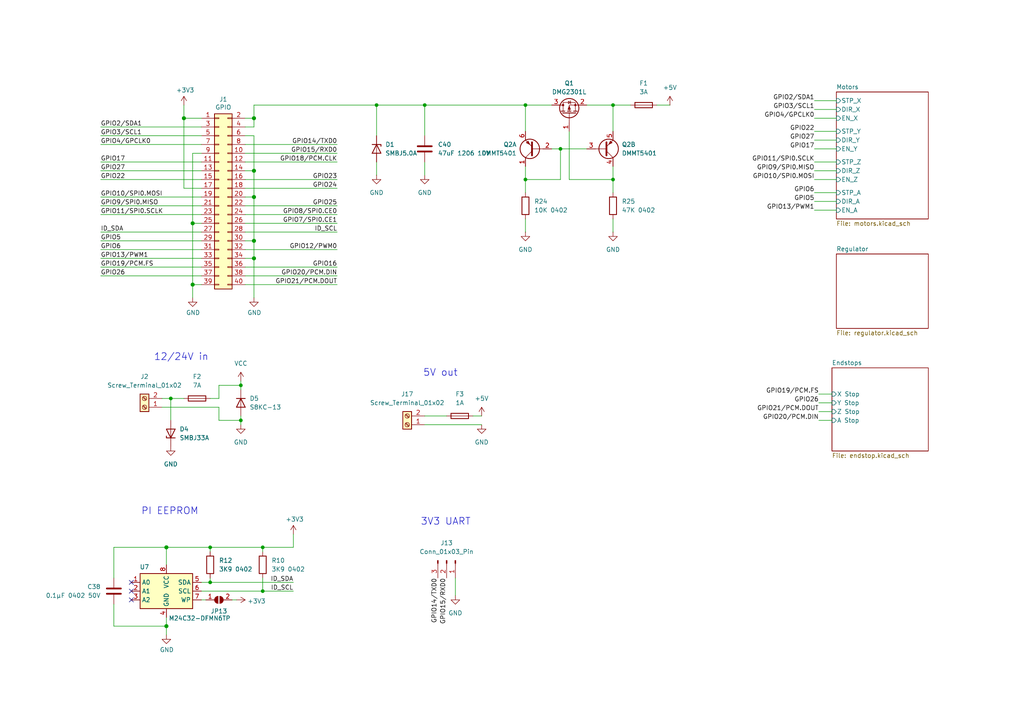
<source format=kicad_sch>
(kicad_sch (version 20231120) (generator "eeschema") (generator_version "8.0")
  (paper "A4")
  (title_block (date "2024-06-21"))
  (lib_symbols
    (symbol "+5V_1" (power) (pin_names (offset 0))
      (property "Value" "+5V_1" (at 0 3.556 0))
      (symbol "+5V_1_0_1"
        (polyline (pts (xy -0.762 1.27) (xy 0 2.54)))
        (polyline (pts (xy 0 0) (xy 0 2.54)))
        (polyline (pts (xy 0 2.54) (xy 0.762 1.27)))
      )
      (symbol "+5V_1_1_1"
        (pin power_in line (at 0 0 90) (length 0) hide (name "+5V") (number "1"))
      )
    )
    (symbol "Connector:Conn_01x03_Pin" (pin_names (offset 1.016) hide)
      (property "Reference" "J" (at 0 5.08 0))
      (property "Value" "Conn_01x03_Pin" (at 0 -5.08 0))
      (symbol "Conn_01x03_Pin_1_1"
        (polyline (pts (xy 1.27 -2.54) (xy 0.8636 -2.54)) (stroke (width 0.1524)))
        (polyline (pts (xy 1.27 0) (xy 0.8636 0)) (stroke (width 0.1524)))
        (polyline (pts (xy 1.27 2.54) (xy 0.8636 2.54)) (stroke (width 0.1524)))
        (rectangle (start 0.8636 -2.413) (end 0 -2.667) (stroke (width 0.1524)) (fill (type outline)))
        (rectangle (start 0.8636 0.127) (end 0 -0.127) (stroke (width 0.1524)) (fill (type outline)))
        (rectangle (start 0.8636 2.667) (end 0 2.413) (stroke (width 0.1524)) (fill (type outline)))
        (pin passive line (at 5.08 2.54 180) (length 3.81) (name "Pin_1") (number "1"))
        (pin passive line (at 5.08 0 180) (length 3.81) (name "Pin_2") (number "2"))
        (pin passive line (at 5.08 -2.54 180) (length 3.81) (name "Pin_3") (number "3"))
      )
    )
    (symbol "Connector:Screw_Terminal_01x02" (pin_names (offset 1.016) hide)
      (property "Reference" "J" (at 0 2.54 0))
      (property "Value" "Screw_Terminal_01x02" (at 0 -5.08 0))
      (symbol "Screw_Terminal_01x02_1_1"
        (rectangle (start -1.27 1.27) (end 1.27 -3.81) (stroke (width 0.254)) (fill (type background)))
        (circle (center 0 -2.54) (radius 0.635) (stroke (width 0.1524)))
        (polyline (pts (xy -0.5334 -2.2098) (xy 0.3302 -3.048)) (stroke (width 0.1524)))
        (polyline (pts (xy -0.5334 0.3302) (xy 0.3302 -0.508)) (stroke (width 0.1524)))
        (polyline (pts (xy -0.3556 -2.032) (xy 0.508 -2.8702)) (stroke (width 0.1524)))
        (polyline (pts (xy -0.3556 0.508) (xy 0.508 -0.3302)) (stroke (width 0.1524)))
        (circle (center 0 0) (radius 0.635) (stroke (width 0.1524)))
        (pin passive line (at -5.08 0 0) (length 3.81) (name "Pin_1") (number "1"))
        (pin passive line (at -5.08 -2.54 0) (length 3.81) (name "Pin_2") (number "2"))
      )
    )
    (symbol "Connector_Generic:Conn_02x20_Odd_Even" (pin_names (offset 1.016) hide)
      (property "Reference" "J" (at 1.27 25.4 0))
      (property "Value" "Conn_02x20_Odd_Even" (at 1.27 -27.94 0))
      (symbol "Conn_02x20_Odd_Even_1_1"
        (rectangle (start -1.27 -25.273) (end 0 -25.527) (stroke (width 0.1524)))
        (rectangle (start -1.27 -22.733) (end 0 -22.987) (stroke (width 0.1524)))
        (rectangle (start -1.27 -20.193) (end 0 -20.447) (stroke (width 0.1524)))
        (rectangle (start -1.27 -17.653) (end 0 -17.907) (stroke (width 0.1524)))
        (rectangle (start -1.27 -15.113) (end 0 -15.367) (stroke (width 0.1524)))
        (rectangle (start -1.27 -12.573) (end 0 -12.827) (stroke (width 0.1524)))
        (rectangle (start -1.27 -10.033) (end 0 -10.287) (stroke (width 0.1524)))
        (rectangle (start -1.27 -7.493) (end 0 -7.747) (stroke (width 0.1524)))
        (rectangle (start -1.27 -4.953) (end 0 -5.207) (stroke (width 0.1524)))
        (rectangle (start -1.27 -2.413) (end 0 -2.667) (stroke (width 0.1524)))
        (rectangle (start -1.27 0.127) (end 0 -0.127) (stroke (width 0.1524)))
        (rectangle (start -1.27 2.667) (end 0 2.413) (stroke (width 0.1524)))
        (rectangle (start -1.27 5.207) (end 0 4.953) (stroke (width 0.1524)))
        (rectangle (start -1.27 7.747) (end 0 7.493) (stroke (width 0.1524)))
        (rectangle (start -1.27 10.287) (end 0 10.033) (stroke (width 0.1524)))
        (rectangle (start -1.27 12.827) (end 0 12.573) (stroke (width 0.1524)))
        (rectangle (start -1.27 15.367) (end 0 15.113) (stroke (width 0.1524)))
        (rectangle (start -1.27 17.907) (end 0 17.653) (stroke (width 0.1524)))
        (rectangle (start -1.27 20.447) (end 0 20.193) (stroke (width 0.1524)))
        (rectangle (start -1.27 22.987) (end 0 22.733) (stroke (width 0.1524)))
        (rectangle (start -1.27 24.13) (end 3.81 -26.67) (stroke (width 0.254)) (fill (type background)))
        (rectangle (start 3.81 -25.273) (end 2.54 -25.527) (stroke (width 0.1524)))
        (rectangle (start 3.81 -22.733) (end 2.54 -22.987) (stroke (width 0.1524)))
        (rectangle (start 3.81 -20.193) (end 2.54 -20.447) (stroke (width 0.1524)))
        (rectangle (start 3.81 -17.653) (end 2.54 -17.907) (stroke (width 0.1524)))
        (rectangle (start 3.81 -15.113) (end 2.54 -15.367) (stroke (width 0.1524)))
        (rectangle (start 3.81 -12.573) (end 2.54 -12.827) (stroke (width 0.1524)))
        (rectangle (start 3.81 -10.033) (end 2.54 -10.287) (stroke (width 0.1524)))
        (rectangle (start 3.81 -7.493) (end 2.54 -7.747) (stroke (width 0.1524)))
        (rectangle (start 3.81 -4.953) (end 2.54 -5.207) (stroke (width 0.1524)))
        (rectangle (start 3.81 -2.413) (end 2.54 -2.667) (stroke (width 0.1524)))
        (rectangle (start 3.81 0.127) (end 2.54 -0.127) (stroke (width 0.1524)))
        (rectangle (start 3.81 2.667) (end 2.54 2.413) (stroke (width 0.1524)))
        (rectangle (start 3.81 5.207) (end 2.54 4.953) (stroke (width 0.1524)))
        (rectangle (start 3.81 7.747) (end 2.54 7.493) (stroke (width 0.1524)))
        (rectangle (start 3.81 10.287) (end 2.54 10.033) (stroke (width 0.1524)))
        (rectangle (start 3.81 12.827) (end 2.54 12.573) (stroke (width 0.1524)))
        (rectangle (start 3.81 15.367) (end 2.54 15.113) (stroke (width 0.1524)))
        (rectangle (start 3.81 17.907) (end 2.54 17.653) (stroke (width 0.1524)))
        (rectangle (start 3.81 20.447) (end 2.54 20.193) (stroke (width 0.1524)))
        (rectangle (start 3.81 22.987) (end 2.54 22.733) (stroke (width 0.1524)))
        (pin passive line (at -5.08 22.86 0) (length 3.81) (name "Pin_1") (number "1"))
        (pin passive line (at 7.62 12.7 180) (length 3.81) (name "Pin_10") (number "10"))
        (pin passive line (at -5.08 10.16 0) (length 3.81) (name "Pin_11") (number "11"))
        (pin passive line (at 7.62 10.16 180) (length 3.81) (name "Pin_12") (number "12"))
        (pin passive line (at -5.08 7.62 0) (length 3.81) (name "Pin_13") (number "13"))
        (pin passive line (at 7.62 7.62 180) (length 3.81) (name "Pin_14") (number "14"))
        (pin passive line (at -5.08 5.08 0) (length 3.81) (name "Pin_15") (number "15"))
        (pin passive line (at 7.62 5.08 180) (length 3.81) (name "Pin_16") (number "16"))
        (pin passive line (at -5.08 2.54 0) (length 3.81) (name "Pin_17") (number "17"))
        (pin passive line (at 7.62 2.54 180) (length 3.81) (name "Pin_18") (number "18"))
        (pin passive line (at -5.08 0 0) (length 3.81) (name "Pin_19") (number "19"))
        (pin passive line (at 7.62 22.86 180) (length 3.81) (name "Pin_2") (number "2"))
        (pin passive line (at 7.62 0 180) (length 3.81) (name "Pin_20") (number "20"))
        (pin passive line (at -5.08 -2.54 0) (length 3.81) (name "Pin_21") (number "21"))
        (pin passive line (at 7.62 -2.54 180) (length 3.81) (name "Pin_22") (number "22"))
        (pin passive line (at -5.08 -5.08 0) (length 3.81) (name "Pin_23") (number "23"))
        (pin passive line (at 7.62 -5.08 180) (length 3.81) (name "Pin_24") (number "24"))
        (pin passive line (at -5.08 -7.62 0) (length 3.81) (name "Pin_25") (number "25"))
        (pin passive line (at 7.62 -7.62 180) (length 3.81) (name "Pin_26") (number "26"))
        (pin passive line (at -5.08 -10.16 0) (length 3.81) (name "Pin_27") (number "27"))
        (pin passive line (at 7.62 -10.16 180) (length 3.81) (name "Pin_28") (number "28"))
        (pin passive line (at -5.08 -12.7 0) (length 3.81) (name "Pin_29") (number "29"))
        (pin passive line (at -5.08 20.32 0) (length 3.81) (name "Pin_3") (number "3"))
        (pin passive line (at 7.62 -12.7 180) (length 3.81) (name "Pin_30") (number "30"))
        (pin passive line (at -5.08 -15.24 0) (length 3.81) (name "Pin_31") (number "31"))
        (pin passive line (at 7.62 -15.24 180) (length 3.81) (name "Pin_32") (number "32"))
        (pin passive line (at -5.08 -17.78 0) (length 3.81) (name "Pin_33") (number "33"))
        (pin passive line (at 7.62 -17.78 180) (length 3.81) (name "Pin_34") (number "34"))
        (pin passive line (at -5.08 -20.32 0) (length 3.81) (name "Pin_35") (number "35"))
        (pin passive line (at 7.62 -20.32 180) (length 3.81) (name "Pin_36") (number "36"))
        (pin passive line (at -5.08 -22.86 0) (length 3.81) (name "Pin_37") (number "37"))
        (pin passive line (at 7.62 -22.86 180) (length 3.81) (name "Pin_38") (number "38"))
        (pin passive line (at -5.08 -25.4 0) (length 3.81) (name "Pin_39") (number "39"))
        (pin passive line (at 7.62 20.32 180) (length 3.81) (name "Pin_4") (number "4"))
        (pin passive line (at 7.62 -25.4 180) (length 3.81) (name "Pin_40") (number "40"))
        (pin passive line (at -5.08 17.78 0) (length 3.81) (name "Pin_5") (number "5"))
        (pin passive line (at 7.62 17.78 180) (length 3.81) (name "Pin_6") (number "6"))
        (pin passive line (at -5.08 15.24 0) (length 3.81) (name "Pin_7") (number "7"))
        (pin passive line (at 7.62 15.24 180) (length 3.81) (name "Pin_8") (number "8"))
        (pin passive line (at -5.08 12.7 0) (length 3.81) (name "Pin_9") (number "9"))
      )
    )
    (symbol "Device:C" (pin_numbers hide) (pin_names (offset 0.254))
      (property "Reference" "C" (at 0.635 2.54 0))
      (property "Value" "C" (at 0.635 -2.54 0))
      (symbol "C_0_1"
        (polyline (pts (xy -2.032 -0.762) (xy 2.032 -0.762)) (stroke (width 0.508)))
        (polyline (pts (xy -2.032 0.762) (xy 2.032 0.762)) (stroke (width 0.508)))
      )
      (symbol "C_1_1"
        (pin passive line (at 0 3.81 270) (length 2.794) (name "~") (number "1"))
        (pin passive line (at 0 -3.81 90) (length 2.794) (name "~") (number "2"))
      )
    )
    (symbol "Device:D" (pin_numbers hide) (pin_names (offset 1.016) hide)
      (property "Reference" "D" (at 0 2.54 0))
      (property "Value" "D" (at 0 -2.54 0))
      (symbol "D_0_1"
        (polyline (pts (xy -1.27 1.27) (xy -1.27 -1.27)) (stroke (width 0.254)))
        (polyline (pts (xy 1.27 0) (xy -1.27 0)))
        (polyline (pts (xy 1.27 1.27) (xy 1.27 -1.27) (xy -1.27 0) (xy 1.27 1.27)) (stroke (width 0.254)))
      )
      (symbol "D_1_1"
        (pin passive line (at -3.81 0 0) (length 2.54) (name "K") (number "1"))
        (pin passive line (at 3.81 0 180) (length 2.54) (name "A") (number "2"))
      )
    )
    (symbol "Device:D_Zener" (pin_numbers hide) (pin_names (offset 1.016) hide)
      (property "Reference" "D" (at 0 2.54 0))
      (property "Value" "D_Zener" (at 0 -2.54 0))
      (symbol "D_Zener_0_1"
        (polyline (pts (xy 1.27 0) (xy -1.27 0)))
        (polyline (pts (xy -1.27 -1.27) (xy -1.27 1.27) (xy -0.762 1.27)) (stroke (width 0.254)))
        (polyline (pts (xy 1.27 -1.27) (xy 1.27 1.27) (xy -1.27 0) (xy 1.27 -1.27)) (stroke (width 0.254)))
      )
      (symbol "D_Zener_1_1"
        (pin passive line (at -3.81 0 0) (length 2.54) (name "K") (number "1"))
        (pin passive line (at 3.81 0 180) (length 2.54) (name "A") (number "2"))
      )
    )
    (symbol "Device:Fuse" (pin_numbers hide) (pin_names (offset 0))
      (property "Reference" "F" (at 2.032 0 90))
      (property "Value" "Fuse" (at -1.905 0 90))
      (symbol "Fuse_0_1"
        (rectangle (start -0.762 -2.54) (end 0.762 2.54) (stroke (width 0.254)))
        (polyline (pts (xy 0 2.54) (xy 0 -2.54)))
      )
      (symbol "Fuse_1_1"
        (pin passive line (at 0 3.81 270) (length 1.27) (name "~") (number "1"))
        (pin passive line (at 0 -3.81 90) (length 1.27) (name "~") (number "2"))
      )
    )
    (symbol "Device:R" (pin_numbers hide) (pin_names (offset 0))
      (property "Reference" "R" (at 2.032 0 90))
      (property "Value" "R" (at 0 0 90))
      (symbol "R_0_1"
        (rectangle (start -1.016 -2.54) (end 1.016 2.54) (stroke (width 0.254)))
      )
      (symbol "R_1_1"
        (pin passive line (at 0 3.81 270) (length 1.27) (name "~") (number "1"))
        (pin passive line (at 0 -3.81 90) (length 1.27) (name "~") (number "2"))
      )
    )
    (symbol "GND_1" (power) (pin_numbers hide) (pin_names (offset 0) hide)
      (property "Value" "GND" (at 0 -3.81 0))
      (symbol "GND_1_0_1"
        (polyline (pts (xy 0 0) (xy 0 -1.27) (xy 1.27 -1.27) (xy 0 -2.54) (xy -1.27 -1.27) (xy 0 -1.27)))
      )
      (symbol "GND_1_1_1"
        (pin power_in line (at 0 0 270) (length 0) (name "~") (number "1"))
      )
    )
    (symbol "Jumper:SolderJumper_2_Open" (pin_names (offset 0) hide)
      (property "Reference" "JP" (at 0 2.032 0))
      (property "Value" "SolderJumper_2_Open" (at 0 -2.54 0))
      (symbol "SolderJumper_2_Open_0_1"
        (arc (start -0.254 1.016) (mid -1.2656 0) (end -0.254 -1.016))
        (arc (start -0.254 1.016) (mid -1.2656 0) (end -0.254 -1.016) (fill (type outline)))
        (polyline (pts (xy -0.254 1.016) (xy -0.254 -1.016)))
        (polyline (pts (xy 0.254 1.016) (xy 0.254 -1.016)))
        (arc (start 0.254 -1.016) (mid 1.2656 0) (end 0.254 1.016))
        (arc (start 0.254 -1.016) (mid 1.2656 0) (end 0.254 1.016) (fill (type outline)))
      )
      (symbol "SolderJumper_2_Open_1_1"
        (pin passive line (at -3.81 0 0) (length 2.54) (name "A") (number "1"))
        (pin passive line (at 3.81 0 180) (length 2.54) (name "B") (number "2"))
      )
    )
    (symbol "Memory_EEPROM:CAT24C256"
      (property "Reference" "U" (at -6.35 6.35 0))
      (property "Value" "CAT24C256" (at 1.27 6.35 0))
      (symbol "CAT24C256_1_1"
        (rectangle (start -7.62 5.08) (end 7.62 -5.08) (stroke (width 0.254)) (fill (type background)))
        (pin input line (at -10.16 2.54 0) (length 2.54) (name "A0") (number "1"))
        (pin input line (at -10.16 0 0) (length 2.54) (name "A1") (number "2"))
        (pin input line (at -10.16 -2.54 0) (length 2.54) (name "A2") (number "3"))
        (pin power_in line (at 0 -7.62 90) (length 2.54) (name "GND") (number "4"))
        (pin bidirectional line (at 10.16 2.54 180) (length 2.54) (name "SDA") (number "5"))
        (pin input line (at 10.16 0 180) (length 2.54) (name "SCL") (number "6"))
        (pin input line (at 10.16 -2.54 180) (length 2.54) (name "WP") (number "7"))
        (pin power_in line (at 0 7.62 270) (length 2.54) (name "VCC") (number "8"))
      )
    )
    (symbol "Transistor_BJT:DMMT5401" (pin_names (offset 0) hide)
      (property "Reference" "Q" (at 5.08 1.27 0))
      (property "Value" "DMMT5401" (at 5.08 -1.27 0))
      (symbol "DMMT5401_0_1"
        (polyline (pts (xy 0.635 0) (xy -2.54 0)))
        (polyline (pts (xy 0.635 0.635) (xy 2.54 2.54)))
        (polyline (pts (xy 0.635 -0.635) (xy 2.54 -2.54) (xy 2.54 -2.54)))
        (polyline (pts (xy 0.635 1.905) (xy 0.635 -1.905) (xy 0.635 -1.905)) (stroke (width 0.508)))
        (polyline (pts (xy 2.286 -1.778) (xy 1.778 -2.286) (xy 1.27 -1.27) (xy 2.286 -1.778) (xy 2.286 -1.778)) (fill (type outline)))
        (circle (center 1.27 0) (radius 2.8194) (stroke (width 0.254)))
      )
      (symbol "DMMT5401_1_1"
        (pin passive line (at 2.54 5.08 270) (length 2.54) (name "C1") (number "1"))
        (pin input line (at -5.08 0 0) (length 2.54) (name "B1") (number "2"))
        (pin passive line (at 2.54 -5.08 90) (length 2.54) (name "E1") (number "6"))
      )
      (symbol "DMMT5401_2_1"
        (pin input line (at -5.08 0 0) (length 2.54) (name "B2") (number "3"))
        (pin passive line (at 2.54 5.08 270) (length 2.54) (name "C2") (number "4"))
        (pin passive line (at 2.54 -5.08 90) (length 2.54) (name "E2") (number "5"))
      )
    )
    (symbol "Transistor_FET:DMG2301L" (pin_names hide)
      (property "Reference" "Q" (at 5.08 1.905 0))
      (property "Value" "DMG2301L" (at 5.08 0 0))
      (symbol "DMG2301L_0_1"
        (polyline (pts (xy 0.254 0) (xy -2.54 0)))
        (polyline (pts (xy 0.254 1.905) (xy 0.254 -1.905)) (stroke (width 0.254)))
        (polyline (pts (xy 0.762 -1.27) (xy 0.762 -2.286)) (stroke (width 0.254)))
        (polyline (pts (xy 0.762 0.508) (xy 0.762 -0.508)) (stroke (width 0.254)))
        (polyline (pts (xy 0.762 2.286) (xy 0.762 1.27)) (stroke (width 0.254)))
        (polyline (pts (xy 2.54 2.54) (xy 2.54 1.778)))
        (polyline (pts (xy 2.54 -2.54) (xy 2.54 0) (xy 0.762 0)))
        (polyline (pts (xy 0.762 1.778) (xy 3.302 1.778) (xy 3.302 -1.778) (xy 0.762 -1.778)))
        (polyline (pts (xy 2.286 0) (xy 1.27 0.381) (xy 1.27 -0.381) (xy 2.286 0)) (fill (type outline)))
        (polyline (pts (xy 2.794 -0.508) (xy 2.921 -0.381) (xy 3.683 -0.381) (xy 3.81 -0.254)))
        (polyline (pts (xy 3.302 -0.381) (xy 2.921 0.254) (xy 3.683 0.254) (xy 3.302 -0.381)))
        (circle (center 1.651 0) (radius 2.794) (stroke (width 0.254)))
        (circle (center 2.54 -1.778) (radius 0.254) (fill (type outline)))
        (circle (center 2.54 1.778) (radius 0.254) (fill (type outline)))
      )
      (symbol "DMG2301L_1_1"
        (pin input line (at -5.08 0 0) (length 2.54) (name "G") (number "1"))
        (pin passive line (at 2.54 -5.08 90) (length 2.54) (name "S") (number "2"))
        (pin passive line (at 2.54 5.08 270) (length 2.54) (name "D") (number "3"))
      )
    )
    (symbol "power:+3.3V" (power) (pin_names (offset 0))
      (property "Value" "+3.3V" (at 0 3.556 0))
      (symbol "+3.3V_0_1"
        (polyline (pts (xy -0.762 1.27) (xy 0 2.54)))
        (polyline (pts (xy 0 0) (xy 0 2.54)))
        (polyline (pts (xy 0 2.54) (xy 0.762 1.27)))
      )
      (symbol "+3.3V_1_1"
        (pin power_in line (at 0 0 90) (length 0) hide (name "+3V3") (number "1"))
      )
    )
    (symbol "power:+5V" (power) (pin_numbers hide) (pin_names (offset 0) hide)
      (property "Value" "+5V" (at 0 3.556 0))
      (symbol "+5V_0_1"
        (polyline (pts (xy -0.762 1.27) (xy 0 2.54)))
        (polyline (pts (xy 0 0) (xy 0 2.54)))
        (polyline (pts (xy 0 2.54) (xy 0.762 1.27)))
      )
      (symbol "+5V_1_1"
        (pin power_in line (at 0 0 90) (length 0) (name "~") (number "1"))
      )
    )
    (symbol "power:GND" (power) (pin_names (offset 0))
      (property "Value" "GND" (at 0 -3.81 0))
      (symbol "GND_0_1"
        (polyline (pts (xy 0 0) (xy 0 -1.27) (xy 1.27 -1.27) (xy 0 -2.54) (xy -1.27 -1.27) (xy 0 -1.27)))
      )
      (symbol "GND_1_1"
        (pin power_in line (at 0 0 270) (length 0) hide (name "GND") (number "1"))
      )
    )
    (symbol "power:VCC" (power) (pin_names (offset 0))
      (property "Value" "VCC" (at 0 3.81 0))
      (symbol "VCC_0_1"
        (polyline (pts (xy -0.762 1.27) (xy 0 2.54)))
        (polyline (pts (xy 0 0) (xy 0 2.54)))
        (polyline (pts (xy 0 2.54) (xy 0.762 1.27)))
      )
      (symbol "VCC_1_1"
        (pin power_in line (at 0 0 90) (length 0) hide (name "VCC") (number "1"))
      )
    )
  )
  (junction (at 69.85 111.76))
  (junction (at 76.2 158.75))
  (junction (at 73.66 34.29) (diameter 1.016))
  (junction (at 73.66 49.53) (diameter 1.016))
  (junction (at 49.53 115.57))
  (junction (at 48.26 181.61) (diameter 1.016))
  (junction (at 48.26 158.75) (diameter 1.016))
  (junction (at 69.85 121.92))
  (junction (at 152.4 30.48))
  (junction (at 123.19 30.48))
  (junction (at 177.8 30.48))
  (junction (at 109.22 30.48))
  (junction (at 55.88 82.55) (diameter 1.016))
  (junction (at 55.88 64.77) (diameter 1.016))
  (junction (at 73.66 74.93) (diameter 1.016))
  (junction (at 177.8 52.07))
  (junction (at 73.66 69.85) (diameter 1.016))
  (junction (at 73.66 57.15) (diameter 1.016))
  (junction (at 152.4 52.07))
  (junction (at 162.56 43.18))
  (junction (at 76.2 171.45))
  (junction (at 60.96 168.91))
  (junction (at 60.96 158.75))
  (junction (at 53.34 34.29) (diameter 1.016))
  (no_connect (at 38.1 168.91))
  (no_connect (at 38.1 173.99))
  (no_connect (at 38.1 171.45))
  (wire (pts (xy 55.88 64.77) (xy 55.88 82.55)))
  (wire (pts (xy 71.12 64.77) (xy 97.79 64.77)))
  (wire (pts (xy 63.5 111.76) (xy 69.85 111.76)))
  (wire (pts (xy 58.42 46.99) (xy 29.21 46.99)))
  (wire (pts (xy 177.8 52.07) (xy 177.8 55.88)))
  (wire (pts (xy 76.2 167.64) (xy 76.2 171.45)))
  (wire (pts (xy 73.66 39.37) (xy 73.66 49.53)))
  (wire (pts (xy 73.66 57.15) (xy 71.12 57.15)))
  (wire (pts (xy 123.19 123.19) (xy 139.7 123.19)))
  (wire (pts (xy 76.2 171.45) (xy 85.09 171.45)))
  (wire (pts (xy 152.4 38.1) (xy 152.4 30.48)))
  (wire (pts (xy 58.42 171.45) (xy 76.2 171.45)))
  (wire (pts (xy 73.66 69.85) (xy 73.66 74.93)))
  (wire (pts (xy 48.26 158.75) (xy 33.02 158.75)))
  (wire (pts (xy 33.02 175.26) (xy 33.02 181.61)))
  (wire (pts (xy 152.4 48.26) (xy 152.4 52.07)))
  (wire (pts (xy 237.49 121.92) (xy 241.3 121.92)))
  (wire (pts (xy 236.22 38.1) (xy 242.57 38.1)))
  (wire (pts (xy 60.96 168.91) (xy 85.09 168.91)))
  (wire (pts (xy 236.22 40.64) (xy 242.57 40.64)))
  (wire (pts (xy 162.56 43.18) (xy 170.18 43.18)))
  (wire (pts (xy 69.85 110.49) (xy 69.85 111.76)))
  (wire (pts (xy 123.19 120.65) (xy 129.54 120.65)))
  (wire (pts (xy 73.66 57.15) (xy 73.66 69.85)))
  (wire (pts (xy 152.4 30.48) (xy 160.02 30.48)))
  (wire (pts (xy 71.12 41.91) (xy 97.79 41.91)))
  (wire (pts (xy 109.22 50.8) (xy 109.22 46.99)))
  (wire (pts (xy 55.88 44.45) (xy 55.88 64.77)))
  (wire (pts (xy 69.85 121.92) (xy 69.85 120.65)))
  (wire (pts (xy 76.2 158.75) (xy 76.2 160.02)))
  (wire (pts (xy 165.1 38.1) (xy 165.1 52.07)))
  (wire (pts (xy 55.88 44.45) (xy 58.42 44.45)))
  (wire (pts (xy 58.42 168.91) (xy 60.96 168.91)))
  (wire (pts (xy 71.12 62.23) (xy 97.79 62.23)))
  (wire (pts (xy 58.42 67.31) (xy 29.21 67.31)))
  (wire (pts (xy 29.21 69.85) (xy 58.42 69.85)))
  (wire (pts (xy 236.22 49.53) (xy 242.57 49.53)))
  (wire (pts (xy 236.22 43.18) (xy 242.57 43.18)))
  (wire (pts (xy 55.88 64.77) (xy 58.42 64.77)))
  (wire (pts (xy 48.26 181.61) (xy 48.26 184.15)))
  (wire (pts (xy 152.4 52.07) (xy 152.4 55.88)))
  (wire (pts (xy 71.12 52.07) (xy 97.79 52.07)))
  (wire (pts (xy 177.8 38.1) (xy 177.8 30.48)))
  (wire (pts (xy 177.8 30.48) (xy 182.88 30.48)))
  (wire (pts (xy 177.8 30.48) (xy 170.18 30.48)))
  (wire (pts (xy 177.8 67.31) (xy 177.8 63.5)))
  (wire (pts (xy 71.12 82.55) (xy 97.79 82.55)))
  (wire (pts (xy 55.88 82.55) (xy 55.88 86.36)))
  (wire (pts (xy 29.21 49.53) (xy 58.42 49.53)))
  (wire (pts (xy 53.34 30.48) (xy 53.34 34.29)))
  (wire (pts (xy 33.02 181.61) (xy 48.26 181.61)))
  (wire (pts (xy 63.5 115.57) (xy 60.96 115.57)))
  (wire (pts (xy 123.19 30.48) (xy 152.4 30.48)))
  (wire (pts (xy 73.66 74.93) (xy 71.12 74.93)))
  (wire (pts (xy 67.31 173.99) (xy 68.58 173.99)))
  (wire (pts (xy 60.96 158.75) (xy 60.96 160.02)))
  (wire (pts (xy 236.22 55.88) (xy 242.57 55.88)))
  (wire (pts (xy 29.21 39.37) (xy 58.42 39.37)))
  (wire (pts (xy 63.5 118.11) (xy 46.99 118.11)))
  (wire (pts (xy 236.22 46.99) (xy 242.57 46.99)))
  (wire (pts (xy 152.4 67.31) (xy 152.4 63.5)))
  (wire (pts (xy 29.21 62.23) (xy 58.42 62.23)))
  (wire (pts (xy 76.2 158.75) (xy 85.09 158.75)))
  (wire (pts (xy 53.34 54.61) (xy 58.42 54.61)))
  (wire (pts (xy 58.42 36.83) (xy 29.21 36.83)))
  (wire (pts (xy 123.19 50.8) (xy 123.19 46.99)))
  (wire (pts (xy 73.66 34.29) (xy 73.66 36.83)))
  (wire (pts (xy 73.66 49.53) (xy 73.66 57.15)))
  (wire (pts (xy 71.12 46.99) (xy 97.79 46.99)))
  (wire (pts (xy 73.66 49.53) (xy 71.12 49.53)))
  (wire (pts (xy 63.5 121.92) (xy 69.85 121.92)))
  (wire (pts (xy 109.22 30.48) (xy 109.22 39.37)))
  (wire (pts (xy 73.66 30.48) (xy 73.66 34.29)))
  (wire (pts (xy 236.22 52.07) (xy 242.57 52.07)))
  (wire (pts (xy 29.21 41.91) (xy 58.42 41.91)))
  (wire (pts (xy 73.66 34.29) (xy 71.12 34.29)))
  (wire (pts (xy 53.34 34.29) (xy 53.34 54.61)))
  (wire (pts (xy 71.12 54.61) (xy 97.79 54.61)))
  (wire (pts (xy 236.22 31.75) (xy 242.57 31.75)))
  (wire (pts (xy 190.5 30.48) (xy 194.31 30.48)))
  (wire (pts (xy 71.12 44.45) (xy 97.79 44.45)))
  (wire (pts (xy 132.08 172.72) (xy 132.08 167.64)))
  (wire (pts (xy 237.49 119.38) (xy 241.3 119.38)))
  (wire (pts (xy 237.49 114.3) (xy 241.3 114.3)))
  (wire (pts (xy 29.21 52.07) (xy 58.42 52.07)))
  (wire (pts (xy 237.49 116.84) (xy 241.3 116.84)))
  (wire (pts (xy 29.21 59.69) (xy 58.42 59.69)))
  (wire (pts (xy 48.26 158.75) (xy 60.96 158.75)))
  (wire (pts (xy 48.26 158.75) (xy 48.26 163.83)))
  (wire (pts (xy 29.21 72.39) (xy 58.42 72.39)))
  (wire (pts (xy 73.66 36.83) (xy 71.12 36.83)))
  (wire (pts (xy 177.8 48.26) (xy 177.8 52.07)))
  (wire (pts (xy 49.53 115.57) (xy 53.34 115.57)))
  (wire (pts (xy 29.21 77.47) (xy 58.42 77.47)))
  (wire (pts (xy 71.12 77.47) (xy 97.79 77.47)))
  (wire (pts (xy 46.99 115.57) (xy 49.53 115.57)))
  (wire (pts (xy 71.12 72.39) (xy 97.79 72.39)))
  (wire (pts (xy 236.22 34.29) (xy 242.57 34.29)))
  (wire (pts (xy 55.88 82.55) (xy 58.42 82.55)))
  (wire (pts (xy 71.12 80.01) (xy 97.79 80.01)))
  (wire (pts (xy 137.16 120.65) (xy 139.7 120.65)))
  (wire (pts (xy 73.66 39.37) (xy 71.12 39.37)))
  (wire (pts (xy 29.21 80.01) (xy 58.42 80.01)))
  (wire (pts (xy 162.56 43.18) (xy 162.56 52.07)))
  (wire (pts (xy 48.26 179.07) (xy 48.26 181.61)))
  (wire (pts (xy 63.5 121.92) (xy 63.5 118.11)))
  (wire (pts (xy 85.09 154.94) (xy 85.09 158.75)))
  (wire (pts (xy 236.22 60.96) (xy 242.57 60.96)))
  (wire (pts (xy 63.5 111.76) (xy 63.5 115.57)))
  (wire (pts (xy 58.42 173.99) (xy 59.69 173.99)))
  (wire (pts (xy 73.66 30.48) (xy 109.22 30.48)))
  (wire (pts (xy 236.22 29.21) (xy 242.57 29.21)))
  (wire (pts (xy 165.1 52.07) (xy 177.8 52.07)))
  (wire (pts (xy 69.85 123.19) (xy 69.85 121.92)))
  (wire (pts (xy 49.53 115.57) (xy 49.53 121.92)))
  (wire (pts (xy 73.66 74.93) (xy 73.66 86.36)))
  (wire (pts (xy 71.12 59.69) (xy 97.79 59.69)))
  (wire (pts (xy 58.42 74.93) (xy 29.21 74.93)))
  (wire (pts (xy 236.22 58.42) (xy 242.57 58.42)))
  (wire (pts (xy 69.85 111.76) (xy 69.85 113.03)))
  (wire (pts (xy 73.66 69.85) (xy 71.12 69.85)))
  (wire (pts (xy 162.56 52.07) (xy 152.4 52.07)))
  (wire (pts (xy 160.02 43.18) (xy 162.56 43.18)))
  (wire (pts (xy 60.96 167.64) (xy 60.96 168.91)))
  (wire (pts (xy 53.34 34.29) (xy 58.42 34.29)))
  (wire (pts (xy 60.96 158.75) (xy 76.2 158.75)))
  (wire (pts (xy 33.02 158.75) (xy 33.02 167.64)))
  (wire (pts (xy 109.22 30.48) (xy 123.19 30.48)))
  (wire (pts (xy 58.42 57.15) (xy 29.21 57.15)))
  (wire (pts (xy 71.12 67.31) (xy 97.79 67.31)))
  (wire (pts (xy 123.19 30.48) (xy 123.19 39.37)))
  (text "12/24V in" (at 52.578 103.632 0) (effects (font (size 2 2))))
  (text "PI EEPROM\n" (at 49.276 148.336 0) (effects (font (size 2 2))))
  (text "5V out" (at 127.762 108.204 0) (effects (font (size 2 2))))
  (text "3V3 UART\n" (at 129.286 151.384 0) (effects (font (size 2 2))))
  (label "GPIO11{slash}SPI0.SCLK" (at 236.22 46.99 180))
  (label "ID_SDA" (at 29.21 67.31 0))
  (label "GPIO6" (at 29.21 72.39 0))
  (label "GPIO17" (at 236.22 43.18 180))
  (label "GPIO26" (at 237.49 116.84 180))
  (label "GPIO15{slash}RXD0" (at 129.54 167.64 270))
  (label "ID_SCL" (at 97.79 67.31 180))
  (label "GPIO5" (at 29.21 69.85 0))
  (label "GPIO21{slash}PCM.DOUT" (at 97.79 82.55 180))
  (label "GPIO19{slash}PCM.FS" (at 29.21 77.47 0))
  (label "GPIO10{slash}SPI0.MOSI" (at 29.21 57.15 0))
  (label "GPIO9{slash}SPI0.MISO" (at 29.21 59.69 0))
  (label "GPIO10{slash}SPI0.MOSI" (at 236.22 52.07 180))
  (label "ID_SDA" (at 85.09 168.91 180))
  (label "GPIO23" (at 97.79 52.07 180))
  (label "GPIO13{slash}PWM1" (at 236.22 60.96 180))
  (label "GPIO4{slash}GPCLK0" (at 29.21 41.91 0))
  (label "GPIO27" (at 29.21 49.53 0))
  (label "GPIO26" (at 29.21 80.01 0))
  (label "GPIO14{slash}TXD0" (at 97.79 41.91 180))
  (label "GPIO8{slash}SPI0.CE0" (at 97.79 62.23 180))
  (label "GPIO15{slash}RXD0" (at 97.79 44.45 180))
  (label "GPIO16" (at 97.79 77.47 180))
  (label "GPIO9{slash}SPI0.MISO" (at 236.22 49.53 180))
  (label "GPIO2{slash}SDA1" (at 236.22 29.21 180))
  (label "GPIO6" (at 236.22 55.88 180))
  (label "GPIO22" (at 29.21 52.07 0))
  (label "GPIO2{slash}SDA1" (at 29.21 36.83 0))
  (label "GPIO17" (at 29.21 46.99 0))
  (label "ID_SCL" (at 85.09 171.45 180))
  (label "GPIO25" (at 97.79 59.69 180))
  (label "GPIO3{slash}SCL1" (at 29.21 39.37 0))
  (label "GPIO18{slash}PCM.CLK" (at 97.79 46.99 180))
  (label "GPIO4{slash}GPCLK0" (at 236.22 34.29 180))
  (label "GPIO19{slash}PCM.FS" (at 237.49 114.3 180))
  (label "GPIO12{slash}PWM0" (at 97.79 72.39 180))
  (label "GPIO3{slash}SCL1" (at 236.22 31.75 180))
  (label "GPIO14{slash}TXD0" (at 127 167.64 270))
  (label "GPIO13{slash}PWM1" (at 29.21 74.93 0))
  (label "GPIO20{slash}PCM.DIN" (at 97.79 80.01 180))
  (label "GPIO24" (at 97.79 54.61 180))
  (label "GPIO7{slash}SPI0.CE1" (at 97.79 64.77 180))
  (label "GPIO27" (at 236.22 40.64 180))
  (label "GPIO20{slash}PCM.DIN" (at 237.49 121.92 180))
  (label "GPIO5" (at 236.22 58.42 180))
  (label "GPIO22" (at 236.22 38.1 180))
  (label "GPIO21{slash}PCM.DOUT" (at 237.49 119.38 180))
  (label "GPIO11{slash}SPI0.SCLK" (at 29.21 62.23 0))
  (symbol (lib_id "power:+3.3V") (at 53.34 30.48 0) (unit 1)
    (property "Reference" "#PWR04" (effects (hide yes)))
    (property "Value" "+3V3" (at 53.7083 26.1556 0))
  )
  (symbol (lib_id "power:GND") (at 73.66 86.36 0) (unit 1)
    (property "Reference" "#PWR02" (effects (hide yes)))
    (property "Value" "GND" (at 73.7743 90.6844 0))
  )
  (symbol (lib_id "power:GND") (at 55.88 86.36 0) (unit 1)
    (property "Reference" "#PWR03" (effects (hide yes)))
    (property "Value" "GND" (at 55.9943 90.6844 0))
  )
  (symbol (lib_id "Connector_Generic:Conn_02x20_Odd_Even") (at 63.5 57.15 0) (unit 1)
    (property "Reference" "J1" (at 64.77 28.8098 0))
    (property "Value" "GPIO" (at 64.77 31.115 0))
    (property "Footprint" "Connector_PinSocket_2.54mm:PinSocket_2x20_P2.54mm_Vertical" (effects (hide yes)))
  )
  (symbol (lib_id "Device:R") (at 60.96 163.83 0) (unit 1)
    (property "Reference" "R12" (at 63.5 162.5599 0) (effects (justify left)))
    (property "Value" "3K9 0402" (at 63.5 165.0999 0) (effects (justify left)))
    (property "Footprint" "Resistor_SMD:R_0402_1005Metric" (effects (hide yes)))
  )
  (symbol (lib_id "power:GND") (at 69.85 123.19 0) (unit 1)
    (property "Reference" "#PWR08" (effects (hide yes)))
    (property "Value" "GND" (at 69.85 128.27 0))
  )
  (symbol (lib_id "Connector:Screw_Terminal_01x02") (at 118.11 123.19 180) (unit 1)
    (property "Reference" "J17" (at 118.11 114.3 0))
    (property "Value" "Screw_Terminal_01x02" (at 118.11 116.84 0))
    (property "Footprint" "TerminalBlock:TerminalBlock_bornier-2_P5.08mm" (effects (hide yes)))
  )
  (symbol (lib_id "power:+5V") (at 194.31 30.48 0) (unit 1)
    (property "Reference" "#PWR071" (effects (hide yes)))
    (property "Value" "+5V" (at 194.31 25.4 0))
    (property "Description" "Power symbol creates a global label with name \"+5V\"" (effects (hide yes)))
  )
  (symbol (lib_id "Memory_EEPROM:CAT24C256") (at 48.26 171.45 0) (unit 1)
    (property "Reference" "U7" (at 41.91 164.4458 0))
    (property "Value" "M24C32-DFMN6TP" (at 57.912 179.324 0))
    (property "Footprint" "Package_SO:SOIC-8_5.275x5.275mm_P1.27mm" (effects (hide yes)))
  )
  (symbol (lib_id "power:GND") (at 49.53 129.54 0) (unit 1)
    (property "Reference" "#PWR052" (effects (hide yes)))
    (property "Value" "GND" (at 49.53 134.62 0))
  )
  (symbol (lib_id "Transistor_BJT:DMMT5401") (at 154.94 43.18 180) (unit 1)
    (property "Reference" "Q2" (at 149.86 41.9099 0) (effects (justify left)))
    (property "Value" "DMMT5401" (at 149.86 44.4499 0) (effects (justify left)))
    (property "Footprint" "Package_TO_SOT_SMD:SOT-23-6" (effects (hide yes)))
    (property "Datasheet" "https://www.diodes.com/assets/Datasheets/ds30437.pdf" (effects (hide yes)))
    (property "Description" "Dual PNP transistor, 6 pin package" (effects (hide yes)))
  )
  (symbol (lib_id "power:GND") (at 48.26 184.15 0) (unit 1)
    (property "Reference" "#PWR053" (effects (hide yes)))
    (property "Value" "GND" (at 48.3743 188.4744 0))
  )
  (symbol (lib_id "power:+3.3V") (at 85.09 154.94 0) (unit 1)
    (property "Reference" "#PWR055" (effects (hide yes)))
    (property "Value" "+3V3" (at 85.4583 150.6156 0))
  )
  (symbol (lib_id "Transistor_BJT:DMMT5401") (at 175.26 43.18 0) (mirror x) (unit 2)
    (property "Reference" "Q2" (at 180.34 41.9099 0) (effects (justify left)))
    (property "Value" "DMMT5401" (at 180.34 44.4499 0) (effects (justify left)))
    (property "Footprint" "Package_TO_SOT_SMD:SOT-23-6" (effects (hide yes)))
    (property "Datasheet" "https://www.diodes.com/assets/Datasheets/ds30437.pdf" (effects (hide yes)))
    (property "Description" "Dual PNP transistor, 6 pin package" (effects (hide yes)))
  )
  (symbol (lib_id "power:GND") (at 139.7 123.19 0) (unit 1)
    (property "Reference" "#PWR044" (effects (hide yes)))
    (property "Value" "GND" (at 139.7 128.27 0))
  )
  (symbol (lib_name "GND_1") (lib_id "power:GND") (at 123.19 50.8 0) (unit 1)
    (property "Reference" "#PWR069" (effects (hide yes)))
    (property "Value" "GND" (at 123.19 55.88 0))
    (property "Description" "Power symbol creates a global label with name \"GND\" , ground" (effects (hide yes)))
  )
  (symbol (lib_id "Device:R") (at 152.4 59.69 0) (unit 1)
    (property "Reference" "R24" (at 154.94 58.4199 0) (effects (justify left)))
    (property "Value" "10K 0402" (at 154.94 60.9599 0) (effects (justify left)))
    (property "Footprint" "Resistor_SMD:R_0402_1005Metric" (effects (hide yes)))
  )
  (symbol (lib_id "Device:C") (at 123.19 43.18 0) (unit 1)
    (property "Reference" "C40" (at 127 41.9099 0) (effects (justify left)))
    (property "Value" "47uF 1206 10V" (at 127 44.4499 0) (effects (justify left)))
    (property "Footprint" "Capacitor_SMD:C_1206_3216Metric" (effects (hide yes)))
    (property "Datasheet" "https://www.we-online.com/components/products/datasheet/885012108012.pdf" (effects (hide yes)))
  )
  (symbol (lib_id "Device:D_Zener") (at 49.53 125.73 90) (unit 1)
    (property "Reference" "D4" (at 52.07 124.4599 90) (effects (justify right)))
    (property "Value" "SMBJ33A" (at 52.07 126.9999 90) (effects (justify right)))
    (property "Footprint" "Diode_SMD:D_SMB" (effects (hide yes)))
    (property "Description" "Zener diode" (effects (hide yes)))
  )
  (symbol (lib_name "GND_1") (lib_id "power:GND") (at 152.4 67.31 0) (unit 1)
    (property "Reference" "#PWR068" (effects (hide yes)))
    (property "Value" "GND" (at 152.4 72.39 0))
    (property "Description" "Power symbol creates a global label with name \"GND\" , ground" (effects (hide yes)))
  )
  (symbol (lib_id "Connector:Screw_Terminal_01x02") (at 41.91 118.11 180) (unit 1)
    (property "Reference" "J2" (at 41.91 109.22 0))
    (property "Value" "Screw_Terminal_01x02" (at 41.91 111.76 0))
    (property "Footprint" "TerminalBlock:TerminalBlock_bornier-2_P5.08mm" (effects (hide yes)))
  )
  (symbol (lib_id "Device:C") (at 33.02 171.45 0) (mirror y) (unit 1)
    (property "Reference" "C38" (at 29.21 170.18 0) (effects (justify left)))
    (property "Value" "0.1μF 0402 50V" (at 29.21 172.72 0) (effects (justify left)))
    (property "Footprint" "Capacitor_SMD:C_0402_1005Metric" (effects (hide yes)))
  )
  (symbol (lib_id "Transistor_FET:DMG2301L") (at 165.1 33.02 90) (unit 1)
    (property "Reference" "Q1" (at 165.1 24.13 90))
    (property "Value" "DMG2301L" (at 165.1 26.67 90))
    (property "Footprint" "Package_TO_SOT_SMD:SOT-23" (effects (hide yes)))
    (property "Datasheet" "https://www.diodes.com/assets/Datasheets/DMG2301L.pdf" (effects (hide yes)))
    (property "Description" "-3A Id, -20V Vds, P-Channel MOSFET, SOT-23" (effects (hide yes)))
  )
  (symbol (lib_name "GND_1") (lib_id "power:GND") (at 109.22 50.8 0) (unit 1)
    (property "Reference" "#PWR070" (effects (hide yes)))
    (property "Value" "GND" (at 109.22 55.88 0))
    (property "Description" "Power symbol creates a global label with name \"GND\" , ground" (effects (hide yes)))
  )
  (symbol (lib_id "Device:D") (at 69.85 116.84 270) (unit 1)
    (property "Reference" "D5" (at 72.39 115.5699 90) (effects (justify left)))
    (property "Value" "S8KC-13" (at 72.39 118.1099 90) (effects (justify left)))
    (property "Footprint" "Diode_SMD:D_SMC" (effects (hide yes)))
    (property "Description" "Diode" (effects (hide yes)))
    (property "Sim.Device" "D" (effects (hide yes)))
    (property "Sim.Pins" "1=K 2=A" (effects (hide yes)))
  )
  (symbol (lib_id "power:+3.3V") (at 68.58 173.99 270) (unit 1)
    (property "Reference" "#PWR076" (effects (hide yes)))
    (property "Value" "+3V3" (at 71.7551 174.3583 90) (effects (justify left)))
  )
  (symbol (lib_id "Device:Fuse") (at 57.15 115.57 90) (unit 1)
    (property "Reference" "F2" (at 57.15 109.22 90))
    (property "Value" "7A" (at 57.15 111.76 90))
    (property "Footprint" "Fuse:Fuseholder_Littelfuse_Nano2_154x" (effects (hide yes)))
    (property "Description" "Fuse" (effects (hide yes)))
  )
  (symbol (lib_id "Device:R") (at 177.8 59.69 0) (unit 1)
    (property "Reference" "R25" (at 180.34 58.4199 0) (effects (justify left)))
    (property "Value" "47K 0402" (at 180.34 60.9599 0) (effects (justify left)))
    (property "Footprint" "Resistor_SMD:R_0402_1005Metric" (effects (hide yes)))
  )
  (symbol (lib_id "Device:R") (at 76.2 163.83 0) (unit 1)
    (property "Reference" "R10" (at 78.74 162.5599 0) (effects (justify left)))
    (property "Value" "3K9 0402" (at 78.74 165.0999 0) (effects (justify left)))
    (property "Footprint" "Resistor_SMD:R_0402_1005Metric" (effects (hide yes)))
  )
  (symbol (lib_id "Device:D_Zener") (at 109.22 43.18 270) (unit 1)
    (property "Reference" "D1" (at 111.76 41.9099 90) (effects (justify left)))
    (property "Value" "SMBJ5.0A" (at 111.76 44.4499 90) (effects (justify left)))
    (property "Footprint" "Diode_SMD:D_SMB" (effects (hide yes)))
    (property "Description" "Zener diode" (effects (hide yes)))
  )
  (symbol (lib_name "+5V_1") (lib_id "power:+5V") (at 139.7 120.65 0) (unit 1)
    (property "Reference" "#PWR043" (effects (hide yes)))
    (property "Value" "+5V" (at 139.7 115.57 0))
  )
  (symbol (lib_id "power:GND") (at 132.08 172.72 0) (unit 1)
    (property "Reference" "#PWR036" (effects (hide yes)))
    (property "Value" "GND" (at 132.08 177.8 0))
  )
  (symbol (lib_id "Connector:Conn_01x03_Pin") (at 129.54 162.56 270) (unit 1)
    (property "Reference" "J13" (at 129.54 157.48 90))
    (property "Value" "Conn_01x03_Pin" (at 129.54 160.02 90))
    (property "Footprint" "Connector_PinHeader_2.54mm:PinHeader_1x03_P2.54mm_Vertical" (effects (hide yes)))
  )
  (symbol (lib_id "power:VCC") (at 69.85 110.49 0) (unit 1)
    (property "Reference" "#PWR07" (effects (hide yes)))
    (property "Value" "VCC" (at 69.85 105.41 0))
  )
  (symbol (lib_id "Device:Fuse") (at 186.69 30.48 90) (unit 1)
    (property "Reference" "F1" (at 186.69 24.13 90))
    (property "Value" "3A" (at 186.69 26.67 90))
    (property "Footprint" "Fuse:Fuseholder_Littelfuse_Nano2_154x" (effects (hide yes)))
    (property "Description" "Fuse" (effects (hide yes)))
  )
  (symbol (lib_name "GND_1") (lib_id "power:GND") (at 177.8 67.31 0) (unit 1)
    (property "Reference" "#PWR01" (effects (hide yes)))
    (property "Value" "GND" (at 177.8 72.39 0))
    (property "Description" "Power symbol creates a global label with name \"GND\" , ground" (effects (hide yes)))
  )
  (symbol (lib_id "Device:Fuse") (at 133.35 120.65 90) (unit 1)
    (property "Reference" "F3" (at 133.35 114.3 90))
    (property "Value" "1A" (at 133.35 116.84 90))
    (property "Footprint" "Fuse:Fuseholder_Littelfuse_Nano2_154x" (effects (hide yes)))
    (property "Description" "Fuse" (effects (hide yes)))
  )
  (symbol (lib_id "Jumper:SolderJumper_2_Open") (at 63.5 173.99 0) (unit 1)
    (property "Reference" "JP13" (at 63.5 177.273 0))
    (property "Value" "ID_WP" (effects (hide yes)))
    (property "Footprint" "Jumper:SolderJumper-2_P1.3mm_Open_RoundedPad1.0x1.5mm" (effects (hide yes)))
  )
  (sheet (at 242.57 26.67) (size 26.67 36.83) (stroke (width 0.1524))
    (property "Sheetname" "Motors" (at 242.57 25.9584 0) (effects (justify left bottom)))
    (property "Sheetfile" "motors.kicad_sch" (at 242.57 64.0846 0) (effects (justify left top)))
    (pin "EN_X" input (at 242.57 34.29 180))
    (pin "STP_X" input (at 242.57 29.21 180))
    (pin "DIR_X" input (at 242.57 31.75 180))
    (pin "EN_Y" input (at 242.57 43.18 180))
    (pin "STP_Y" input (at 242.57 38.1 180))
    (pin "DIR_Y" input (at 242.57 40.64 180))
    (pin "DIR_A" input (at 242.57 58.42 180))
    (pin "EN_A" input (at 242.57 60.96 180))
    (pin "STP_A" input (at 242.57 55.88 180))
    (pin "EN_Z" input (at 242.57 52.07 180))
    (pin "STP_Z" input (at 242.57 46.99 180))
    (pin "DIR_Z" input (at 242.57 49.53 180))
  )
  (sheet (at 242.57 73.66) (size 26.67 21.59) (stroke (width 0.1524))
    (property "Sheetname" "Regulator" (at 242.57 72.9484 0) (effects (justify left bottom)))
    (property "Sheetfile" "regulator.kicad_sch" (at 242.57 95.8346 0) (effects (justify left top)))
  )
  (sheet (at 241.3 106.68) (size 27.94 24.13) (stroke (width 0.1524))
    (property "Sheetname" "Endstops" (at 241.3 105.9684 0) (effects (justify left bottom)))
    (property "Sheetfile" "endstop.kicad_sch" (at 241.3 131.3946 0) (effects (justify left top)))
    (pin "A Stop" input (at 241.3 121.92 180))
    (pin "X Stop" input (at 241.3 114.3 180))
    (pin "Y Stop" input (at 241.3 116.84 180))
    (pin "Z Stop" input (at 241.3 119.38 180))
  )
)
</source>
